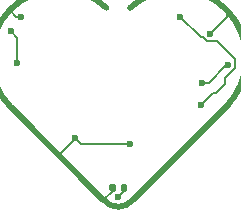
<source format=gbr>
%TF.GenerationSoftware,KiCad,Pcbnew,8.0.9-8.0.9-0~ubuntu20.04.1*%
%TF.CreationDate,2025-06-12T23:45:12+01:00*%
%TF.ProjectId,nfc-pcb-tag,6e66632d-7063-4622-9d74-61672e6b6963,rev?*%
%TF.SameCoordinates,Original*%
%TF.FileFunction,Copper,L1,Top*%
%TF.FilePolarity,Positive*%
%FSLAX46Y46*%
G04 Gerber Fmt 4.6, Leading zero omitted, Abs format (unit mm)*
G04 Created by KiCad (PCBNEW 8.0.9-8.0.9-0~ubuntu20.04.1) date 2025-06-12 23:45:12*
%MOMM*%
%LPD*%
G01*
G04 APERTURE LIST*
%TA.AperFunction,Conductor*%
%ADD10C,0.550000*%
%TD*%
%TA.AperFunction,ViaPad*%
%ADD11C,0.600000*%
%TD*%
%TA.AperFunction,Conductor*%
%ADD12C,0.200000*%
%TD*%
G04 APERTURE END LIST*
D10*
%TO.N,GND*%
X63373107Y-40126893D02*
G75*
G02*
X71499999Y-31750000I4126893J4126893D01*
G01*
X73750000Y-48000000D02*
G75*
G02*
X71250000Y-48000000I-1250000J1000000D01*
G01*
X63388279Y-40111721D02*
X71250000Y-48000000D01*
X81861721Y-39861721D02*
X73750000Y-48000000D01*
X73500001Y-31750001D02*
G75*
G02*
X81626893Y-40126893I3999999J-4249999D01*
G01*
%TD*%
%TO.P,D1,1,K*%
%TO.N,GND*%
%TA.AperFunction,SMDPad,CuDef*%
G36*
G01*
X71720000Y-47172500D02*
X71720000Y-46827500D01*
G75*
G02*
X71867500Y-46680000I147500J0D01*
G01*
X72162500Y-46680000D01*
G75*
G02*
X72310000Y-46827500I0J-147500D01*
G01*
X72310000Y-47172500D01*
G75*
G02*
X72162500Y-47320000I-147500J0D01*
G01*
X71867500Y-47320000D01*
G75*
G02*
X71720000Y-47172500I0J147500D01*
G01*
G37*
%TD.AperFunction*%
%TO.P,D1,2,A*%
%TO.N,Net-(D1-A)*%
%TA.AperFunction,SMDPad,CuDef*%
G36*
G01*
X72690000Y-47172500D02*
X72690000Y-46827500D01*
G75*
G02*
X72837500Y-46680000I147500J0D01*
G01*
X73132500Y-46680000D01*
G75*
G02*
X73280000Y-46827500I0J-147500D01*
G01*
X73280000Y-47172500D01*
G75*
G02*
X73132500Y-47320000I-147500J0D01*
G01*
X72837500Y-47320000D01*
G75*
G02*
X72690000Y-47172500I0J147500D01*
G01*
G37*
%TD.AperFunction*%
%TD*%
D11*
%TO.N,GND*%
X64250000Y-32500000D03*
X68864265Y-42765735D03*
X73500000Y-43250000D03*
X80250000Y-34000000D03*
%TO.N,+3.3V*%
X63409090Y-33744213D03*
X63933257Y-36411578D03*
%TO.N,Net-(D1-A)*%
X72500000Y-47750000D03*
%TO.N,/SDA*%
X81761119Y-36587409D03*
X79625347Y-38104555D03*
%TO.N,/LED0*%
X77750000Y-32500000D03*
X79500000Y-40000000D03*
%TD*%
D12*
%TO.N,GND*%
X63874985Y-32500000D02*
X63311073Y-31936088D01*
X80250000Y-34000000D02*
X81688926Y-32561074D01*
X68864265Y-42765735D02*
X69348530Y-43250000D01*
X64250000Y-32500000D02*
X63874985Y-32500000D01*
X68864265Y-42885735D02*
X68864265Y-42765735D01*
X69348530Y-43250000D02*
X73500000Y-43250000D01*
X81688926Y-32561074D02*
X81688926Y-31936088D01*
X67500000Y-44250000D02*
X68864265Y-42885735D01*
X71250000Y-48000000D02*
X67500000Y-44250000D01*
X72015000Y-47235000D02*
X71250000Y-48000000D01*
X72015000Y-47000000D02*
X72015000Y-47235000D01*
%TO.N,+3.3V*%
X63409090Y-33744213D02*
X63933257Y-34268380D01*
X63933257Y-34268380D02*
X63933257Y-36411578D01*
%TO.N,Net-(D1-A)*%
X72985000Y-47000000D02*
X72985000Y-47265000D01*
X72985000Y-47265000D02*
X72500000Y-47750000D01*
%TO.N,/SDA*%
X80145445Y-38104555D02*
X81662591Y-36587409D01*
X81662591Y-36587409D02*
X81761119Y-36587409D01*
X79625347Y-38104555D02*
X80145445Y-38104555D01*
%TO.N,/LED0*%
X80001471Y-34600000D02*
X79650000Y-34248529D01*
X79498529Y-34248529D02*
X77750000Y-32500000D01*
X79650000Y-34248529D02*
X79498529Y-34248529D01*
X81539214Y-38210786D02*
X81539214Y-37657843D01*
X80750000Y-39000000D02*
X81539214Y-38210786D01*
X82361119Y-36835938D02*
X82361119Y-36111119D01*
X80500000Y-39000000D02*
X80750000Y-39000000D01*
X80850000Y-34600000D02*
X80001471Y-34600000D01*
X82361119Y-36111119D02*
X80850000Y-34600000D01*
X81539214Y-37657843D02*
X82361119Y-36835938D01*
X79500000Y-40000000D02*
X80500000Y-39000000D01*
%TD*%
M02*

</source>
